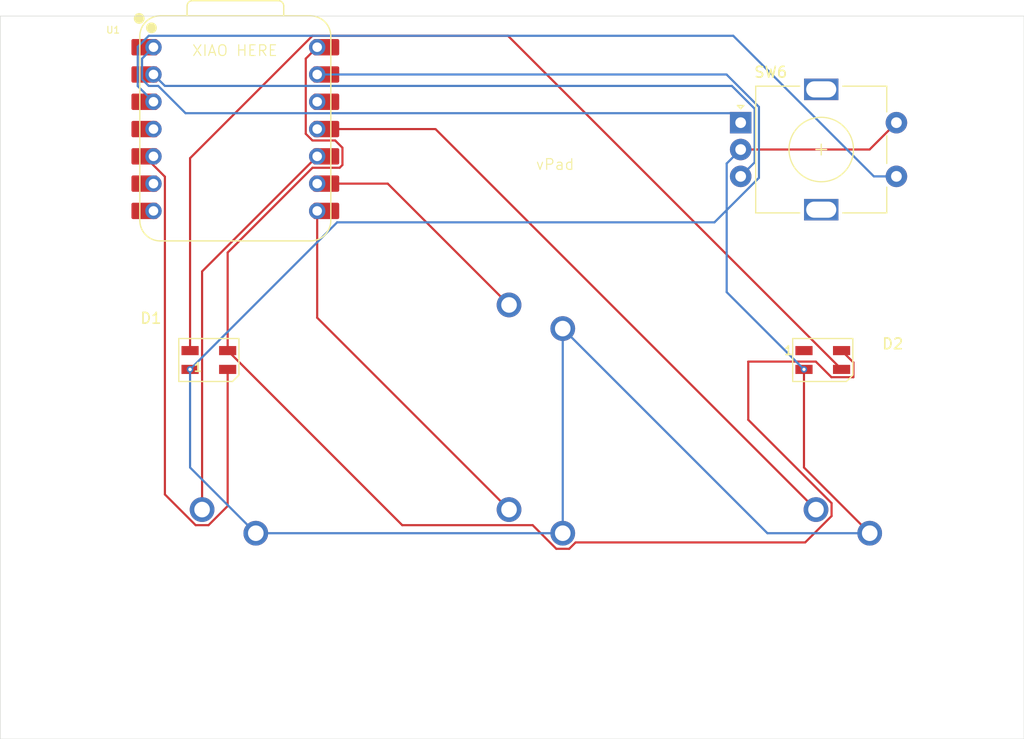
<source format=kicad_pcb>
(kicad_pcb (version 20241229) (generator "pcbnew") (generator_version "9.0")
  (title_block (title "vPad"))
  (layers (0 "F.Cu" signal) (2 "B.Cu" signal) (13 "F.Paste" user) (15 "B.Paste" user) (5 "F.SilkS" user "F.Silkscreen") (7 "B.SilkS" user "B.Silkscreen") (1 "F.Mask" user) (3 "B.Mask" user) (25 "Edge.Cuts" user))
  (net 0 "")
  (net 1 "+5V")
  (net 2 "Net-(D1-DOUT)")
  (net 3 "GND")
  (net 4 "Net-(D1-DIN)")
  (net 6 "Net-(U1-GPIO1{slash}RX)")
  (net 7 "Net-(U1-GPIO2{slash}SCK)")
  (net 8 "Net-(U1-GPIO4{slash}MISO)")
  (net 9 "Net-(U1-GPIO3{slash}MOSI)")
  (net 10 "Net-(U1-GPIO27{slash}ADC1{slash}A1)")
  (net 11 "Net-(U1-GPIO28{slash}ADC2{slash}A2)")
  (net 12 "Net-(U1-GPIO26{slash}ADC0{slash}A0)")
  (footprint "Kailh_PG1353_Solderable:Kailh-PG1353-Solderable-1.5U" (layer "F.Cu") (at 180.7375 125.24375)
    (property "Reference" "SW4")
    (property "Value" "SW_Push")
    (pad "" np_thru_hole oval (at -5 5.15 180) (size 1.5 2) (drill oval 1.5 2) (layers "*.Cu" "*.Mask"))
    (pad "" np_thru_hole circle (at 0 0 180) (size 5 5) (drill 5.1) (layers "*.Cu" "*.Mask"))
    (pad "1" thru_hole circle (at 5 -3.8 180) (size 2.3 2.3) (drill 1.45) (layers "*.Cu" "B.Mask") (net 3 "GND"))
    (pad "2" thru_hole circle (at 0 -6 180) (size 2.3 2.3) (drill 1.45) (layers "*.Cu" "B.Mask") (net 9 "Net-(U1-GPIO3{slash}MOSI)"))
  )
  (footprint "Rotary_Encoder:RotaryEncoder_Alps_EC11E-Switch_Vertical_H20mm" (layer "F.Cu") (at 173.725 83.225)
    (property "Reference" "SW6" (at 2.8 -4.7 0) (layer "F.SilkS"))
    (property "Value" "RotaryEncoder_Switch")
    (fp_line (start -0.3 -1.6) (end 0.3 -1.6) (stroke (width 0.12)) (layer "F.SilkS"))
    (fp_line (start 0 -1.3) (end -0.3 -1.6) (stroke (width 0.12)) (layer "F.SilkS"))
    (fp_line (start 0.3 -1.6) (end 0 -1.3) (stroke (width 0.12)) (layer "F.SilkS"))
    (fp_line (start 1.4 -3.4) (end 1.4 8.4) (stroke (width 0.12)) (layer "F.SilkS"))
    (fp_line (start 5.5 -3.4) (end 1.4 -3.4) (stroke (width 0.12)) (layer "F.SilkS"))
    (fp_line (start 5.5 8.4) (end 1.4 8.4) (stroke (width 0.12)) (layer "F.SilkS"))
    (fp_line (start 7 2.5) (end 8 2.5) (stroke (width 0.12)) (layer "F.SilkS"))
    (fp_line (start 7.5 2) (end 7.5 3) (stroke (width 0.12)) (layer "F.SilkS"))
    (fp_line (start 9.5 -3.4) (end 13.6 -3.4) (stroke (width 0.12)) (layer "F.SilkS"))
    (fp_line (start 13.6 -3.4) (end 13.6 -1) (stroke (width 0.12)) (layer "F.SilkS"))
    (fp_line (start 13.6 1.2) (end 13.6 3.8) (stroke (width 0.12)) (layer "F.SilkS"))
    (fp_line (start 13.6 6) (end 13.6 8.4) (stroke (width 0.12)) (layer "F.SilkS"))
    (fp_line (start 13.6 8.4) (end 9.5 8.4) (stroke (width 0.12)) (layer "F.SilkS"))
    (fp_circle (center 7.5 2.5) (end 10.5 2.5) (stroke (width 0.12)) (fill no) (layer "F.SilkS"))
    (pad "A" thru_hole rect (at 0 0) (size 2 2) (drill 1) (layers "*.Cu" "*.Mask") (net 12 "Net-(U1-GPIO26{slash}ADC0{slash}A0)"))
    (pad "B" thru_hole circle (at 0 5) (size 2 2) (drill 1) (layers "*.Cu" "*.Mask") (net 10 "Net-(U1-GPIO27{slash}ADC1{slash}A1)"))
    (pad "C" thru_hole circle (at 0 2.5) (size 2 2) (drill 1) (layers "*.Cu" "*.Mask") (net 3 "GND"))
    (pad "MP" thru_hole rect (at 7.5 -3.1) (size 3.2 2) (drill oval 2.8 1.5) (layers "*.Cu" "*.Mask"))
    (pad "MP" thru_hole rect (at 7.5 8.1) (size 3.2 2) (drill oval 2.8 1.5) (layers "*.Cu" "*.Mask"))
    (pad "S1" thru_hole circle (at 14.5 5) (size 2 2) (drill 1) (layers "*.Cu" "*.Mask") (net 11 "Net-(U1-GPIO28{slash}ADC2{slash}A2)"))
    (pad "S2" thru_hole circle (at 14.5 0) (size 2 2) (drill 1) (layers "*.Cu" "*.Mask") (net 3 "GND"))
  )
  (footprint "LED_SMD:LED_SK6812MINI_PLCC4_3.5x3.5mm_P1.75mm" (layer "F.Cu") (at 124.21875 105.31875)
    (property "Reference" "D1" (at -5.39375 -3.8875 0) (layer "F.SilkS"))
    (property "Value" "SK6812MINI")
    (fp_line (start -2.8 -2) (end -2.8 2) (stroke (width 0.12)) (layer "F.SilkS"))
    (fp_line (start -2.8 -2) (end 2.8 -2) (stroke (width 0.12)) (layer "F.SilkS"))
    (fp_line (start -2.8 2) (end 2.2 2) (stroke (width 0.12)) (layer "F.SilkS"))
    (fp_line (start 2.8 1.4) (end 2.2 2) (stroke (width 0.12)) (layer "F.SilkS"))
    (fp_line (start 2.8 1.4) (end 2.8 -2) (stroke (width 0.12)) (layer "F.SilkS"))
    (fp_text user "1" (at -1.0125 0.68375 0) (layer "F.SilkS") (effects (font (size 0.8 0.8))))
    (pad "1" smd rect (at -1.75 -0.875) (size 1.6 0.85) (layers "F.Cu" "F.Mask" "F.Paste") (net 2 "Net-(D1-DOUT)"))
    (pad "2" smd rect (at -1.75 0.875) (size 1.6 0.85) (layers "F.Cu" "F.Mask" "F.Paste") (net 3 "GND"))
    (pad "3" smd rect (at 1.75 0.875) (size 1.6 0.85) (layers "F.Cu" "F.Mask" "F.Paste") (net 4 "Net-(D1-DIN)"))
    (pad "4" smd rect (at 1.75 -0.875) (size 1.6 0.85) (layers "F.Cu" "F.Mask" "F.Paste") (net 1 "+5V"))
  )
  (footprint "Kailh_PG1353_Solderable:Kailh-PG1353-Solderable-1.5U" (layer "F.Cu") (at 152.1625 106.19375)
    (property "Reference" "SW2")
    (property "Value" "SW_Push")
    (pad "" np_thru_hole oval (at -5 5.15 180) (size 1.5 2) (drill oval 1.5 2) (layers "*.Cu" "*.Mask"))
    (pad "" np_thru_hole circle (at 0 0 180) (size 5 5) (drill 5.1) (layers "*.Cu" "*.Mask"))
    (pad "1" thru_hole circle (at 5 -3.8 180) (size 2.3 2.3) (drill 1.45) (layers "*.Cu" "B.Mask") (net 3 "GND"))
    (pad "2" thru_hole circle (at 0 -6 180) (size 2.3 2.3) (drill 1.45) (layers "*.Cu" "B.Mask") (net 7 "Net-(U1-GPIO2{slash}SCK)"))
  )
  (footprint "Seeed Studio XIAO Series Library:XIAO-RP2040-DIP" (layer "F.Cu") (at 126.6825 83.82)
    (property "Reference" "U1" (at -11.3825 -9.22 0) (layer "F.SilkS") (effects (font (size 0.635 0.635) (thickness 0.1016))))
    (property "Value" "XIAO-RP2040-DIP")
    (fp_line (start -8.89 8.509) (end -8.89 -8.636) (stroke (width 0.127)) (layer "F.SilkS"))
    (fp_line (start -6.985 10.414) (end 6.985 10.414) (stroke (width 0.127)) (layer "F.SilkS"))
    (fp_line (start -4.495 -10.541) (end -4.491272 -11.451272) (stroke (width 0.127)) (layer "F.SilkS"))
    (fp_line (start -3.991272 -11.951) (end 4.004 -11.951) (stroke (width 0.127)) (layer "F.SilkS"))
    (fp_line (start 4.504 -11.451) (end 4.504 -10.541) (stroke (width 0.127)) (layer "F.SilkS"))
    (fp_line (start 6.985 -10.541) (end -6.985 -10.541) (stroke (width 0.1)) (layer "F.SilkS"))
    (fp_line (start 6.985 -10.541) (end -6.985 -10.541) (stroke (width 0.127)) (layer "F.SilkS"))
    (fp_line (start 8.89 8.509) (end 8.89 -8.636) (stroke (width 0.127)) (layer "F.SilkS"))
    (fp_arc (start -8.89 -8.636) (mid -8.332038 -9.983038) (end -6.985 -10.541) (stroke (width 0.127)) (layer "F.SilkS"))
    (fp_arc (start -6.985 10.414) (mid -8.332038 9.856038) (end -8.89 8.509) (stroke (width 0.127)) (layer "F.SilkS"))
    (fp_arc (start -4.491272 -11.451272) (mid -4.344728 -11.80464) (end -3.991272 -11.951) (stroke (width 0.127)) (layer "F.SilkS"))
    (fp_arc (start 4.004 -11.951) (mid 4.357553 -11.804553) (end 4.504 -11.451) (stroke (width 0.127)) (layer "F.SilkS"))
    (fp_arc (start 6.985 -10.541) (mid 8.332038 -9.983038) (end 8.89 -8.636) (stroke (width 0.127)) (layer "F.SilkS"))
    (fp_arc (start 8.89 8.509) (mid 8.332038 9.856038) (end 6.985 10.414) (stroke (width 0.127)) (layer "F.SilkS"))
    (fp_circle (center -8.95 -10.3) (end -8.95 -10.554) (stroke (width 0.5)) (fill yes) (layer "F.SilkS"))
    (fp_circle (center -7.807 -9.42) (end -7.807 -9.674) (stroke (width 0.5)) (fill yes) (layer "F.SilkS"))
    (pad "1" smd roundrect (at -8.455 -7.62 180) (size 2.432 1.524) (layers "F.Cu" "F.Mask") (roundrect_rratio 0.1) (net 12 "Net-(U1-GPIO26{slash}ADC0{slash}A0)"))
    (pad "1" thru_hole circle (at -7.62 -7.62 180) (size 1.524 1.524) (drill 0.889) (layers "*.Cu" "*.Mask") (net 12 "Net-(U1-GPIO26{slash}ADC0{slash}A0)"))
    (pad "2" smd roundrect (at -8.455 -5.08 180) (size 2.432 1.524) (layers "F.Cu" "F.Mask") (roundrect_rratio 0.1) (net 10 "Net-(U1-GPIO27{slash}ADC1{slash}A1)"))
    (pad "2" thru_hole circle (at -7.62 -5.08 180) (size 1.524 1.524) (drill 0.889) (layers "*.Cu" "*.Mask") (net 10 "Net-(U1-GPIO27{slash}ADC1{slash}A1)"))
    (pad "3" smd roundrect (at -8.455 -2.54 180) (size 2.432 1.524) (layers "F.Cu" "F.Mask") (roundrect_rratio 0.1) (net 11 "Net-(U1-GPIO28{slash}ADC2{slash}A2)"))
    (pad "3" thru_hole circle (at -7.62 -2.54 180) (size 1.524 1.524) (drill 0.889) (layers "*.Cu" "*.Mask") (net 11 "Net-(U1-GPIO28{slash}ADC2{slash}A2)"))
    (pad "4" smd roundrect (at -8.455 0 180) (size 2.432 1.524) (layers "F.Cu" "F.Mask") (roundrect_rratio 0.1))
    (pad "4" thru_hole circle (at -7.62 0 180) (size 1.524 1.524) (drill 0.889) (layers "*.Cu" "*.Mask"))
    (pad "5" smd roundrect (at -8.455 2.54 180) (size 2.432 1.524) (layers "F.Cu" "F.Mask") (roundrect_rratio 0.1) (net 4 "Net-(D1-DIN)"))
    (pad "5" thru_hole circle (at -7.62 2.54 180) (size 1.524 1.524) (drill 0.889) (layers "*.Cu" "*.Mask") (net 4 "Net-(D1-DIN)"))
    (pad "6" smd roundrect (at -8.455 5.08 180) (size 2.432 1.524) (layers "F.Cu" "F.Mask") (roundrect_rratio 0.1))
    (pad "6" thru_hole circle (at -7.62 5.08 180) (size 1.524 1.524) (drill 0.889) (layers "*.Cu" "*.Mask"))
    (pad "7" smd roundrect (at -8.455 7.62 180) (size 2.432 1.524) (layers "F.Cu" "F.Mask") (roundrect_rratio 0.1))
    (pad "7" thru_hole circle (at -7.62 7.62 180) (size 1.524 1.524) (drill 0.889) (layers "*.Cu" "*.Mask"))
    (pad "8" thru_hole circle (at 7.62 7.62) (size 1.524 1.524) (drill 0.889) (layers "*.Cu" "*.Mask") (net 6 "Net-(U1-GPIO1{slash}RX)"))
    (pad "8" smd roundrect (at 8.455 7.62) (size 2.432 1.524) (layers "F.Cu" "F.Mask") (roundrect_rratio 0.1) (net 6 "Net-(U1-GPIO1{slash}RX)"))
    (pad "9" thru_hole circle (at 7.62 5.08) (size 1.524 1.524) (drill 0.889) (layers "*.Cu" "*.Mask") (net 7 "Net-(U1-GPIO2{slash}SCK)"))
    (pad "9" smd roundrect (at 8.455 5.08) (size 2.432 1.524) (layers "F.Cu" "F.Mask") (roundrect_rratio 0.1) (net 7 "Net-(U1-GPIO2{slash}SCK)"))
    (pad "10" thru_hole circle (at 7.62 2.54) (size 1.524 1.524) (drill 0.889) (layers "*.Cu" "*.Mask") (net 8 "Net-(U1-GPIO4{slash}MISO)"))
    (pad "10" smd roundrect (at 8.455 2.54) (size 2.432 1.524) (layers "F.Cu" "F.Mask") (roundrect_rratio 0.1) (net 8 "Net-(U1-GPIO4{slash}MISO)"))
    (pad "11" thru_hole circle (at 7.62 0) (size 1.524 1.524) (drill 0.889) (layers "*.Cu" "*.Mask") (net 9 "Net-(U1-GPIO3{slash}MOSI)"))
    (pad "11" smd roundrect (at 8.455 0) (size 2.432 1.524) (layers "F.Cu" "F.Mask") (roundrect_rratio 0.1) (net 9 "Net-(U1-GPIO3{slash}MOSI)"))
    (pad "12" thru_hole circle (at 7.62 -2.54) (size 1.524 1.524) (drill 0.889) (layers "*.Cu" "*.Mask"))
    (pad "12" smd roundrect (at 8.455 -2.54) (size 2.432 1.524) (layers "F.Cu" "F.Mask") (roundrect_rratio 0.1))
    (pad "13" thru_hole circle (at 7.62 -5.08) (size 1.524 1.524) (drill 0.889) (layers "*.Cu" "*.Mask") (net 3 "GND"))
    (pad "13" smd roundrect (at 8.455 -5.08) (size 2.432 1.524) (layers "F.Cu" "F.Mask") (roundrect_rratio 0.1) (net 3 "GND"))
    (pad "14" thru_hole circle (at 7.62 -7.62) (size 1.524 1.524) (drill 0.889) (layers "*.Cu" "*.Mask") (net 1 "+5V"))
    (pad "14" smd roundrect (at 8.455 -7.62) (size 2.432 1.524) (layers "F.Cu" "F.Mask") (roundrect_rratio 0.1) (net 1 "+5V"))
  )
  (footprint "LED_SMD:LED_SK6812MINI_PLCC4_3.5x3.5mm_P1.75mm" (layer "F.Cu") (at 181.36875 105.31875)
    (property "Reference" "D2" (at 6.5125 -1.50625 0) (layer "F.SilkS"))
    (property "Value" "SK6812MINI")
    (fp_line (start -2.8 -2) (end -2.8 2) (stroke (width 0.12)) (layer "F.SilkS"))
    (fp_line (start -2.8 -2) (end 2.8 -2) (stroke (width 0.12)) (layer "F.SilkS"))
    (fp_line (start -2.8 2) (end 2.2 2) (stroke (width 0.12)) (layer "F.SilkS"))
    (fp_line (start 2.8 1.4) (end 2.2 2) (stroke (width 0.12)) (layer "F.SilkS"))
    (fp_line (start 2.8 1.4) (end 2.8 -2) (stroke (width 0.12)) (layer "F.SilkS"))
    (fp_text user "1" (at -3.2 -0.875 0) (layer "F.SilkS") (effects (font (size 0.8 0.8))))
    (pad "1" smd rect (at -1.75 -0.875) (size 1.6 0.85) (layers "F.Cu" "F.Mask" "F.Paste"))
    (pad "2" smd rect (at -1.75 0.875) (size 1.6 0.85) (layers "F.Cu" "F.Mask" "F.Paste") (net 3 "GND"))
    (pad "3" smd rect (at 1.75 0.875) (size 1.6 0.85) (layers "F.Cu" "F.Mask" "F.Paste") (net 2 "Net-(D1-DOUT)"))
    (pad "4" smd rect (at 1.75 -0.875) (size 1.6 0.85) (layers "F.Cu" "F.Mask" "F.Paste") (net 1 "+5V"))
  )
  (footprint "Kailh_PG1353_Solderable:Kailh-PG1353-Solderable-1.5U" (layer "F.Cu") (at 123.5875 125.24375)
    (property "Reference" "SW3")
    (property "Value" "SW_Push")
    (pad "" np_thru_hole oval (at -5 5.15 180) (size 1.5 2) (drill oval 1.5 2) (layers "*.Cu" "*.Mask"))
    (pad "" np_thru_hole circle (at 0 0 180) (size 5 5) (drill 5.1) (layers "*.Cu" "*.Mask"))
    (pad "1" thru_hole circle (at 5 -3.8 180) (size 2.3 2.3) (drill 1.45) (layers "*.Cu" "B.Mask") (net 3 "GND"))
    (pad "2" thru_hole circle (at 0 -6 180) (size 2.3 2.3) (drill 1.45) (layers "*.Cu" "B.Mask") (net 8 "Net-(U1-GPIO4{slash}MISO)"))
  )
  (footprint "Kailh_PG1353_Solderable:Kailh-PG1353-Solderable-1.5U" (layer "F.Cu") (at 152.1625 125.24375)
    (property "Reference" "SW1")
    (property "Value" "SW_Push")
    (pad "" np_thru_hole oval (at -5 5.15 180) (size 1.5 2) (drill oval 1.5 2) (layers "*.Cu" "*.Mask"))
    (pad "" np_thru_hole circle (at 0 0 180) (size 5 5) (drill 5.1) (layers "*.Cu" "*.Mask"))
    (pad "1" thru_hole circle (at 5 -3.8 180) (size 2.3 2.3) (drill 1.45) (layers "*.Cu" "B.Mask") (net 3 "GND"))
    (pad "2" thru_hole circle (at 0 -6 180) (size 2.3 2.3) (drill 1.45) (layers "*.Cu" "B.Mask") (net 6 "Net-(U1-GPIO1{slash}RX)"))
  )
  (gr_rect (start 104.8 73.3) (end 200.1 140.6) (stroke (width 0.05)) (fill no) (layer "Edge.Cuts"))
  (gr_text "vPad" (at 154.6 87.7 0) (layer "F.SilkS") (effects (font (size 1 1) (thickness 0.1)) (justify left bottom)))
  (gr_text "XIAO HERE\n" (at 122.6 77.1 0) (layer "F.SilkS") (effects (font (size 1 1) (thickness 0.1)) (justify left bottom)))
  (segment (start 154.361476 120.69475) (end 142.21975 120.69475) (width 0.2) (layer "F.Cu") (net 1))
  (segment (start 142.21975 120.69475) (end 125.96875 104.44375) (width 0.2) (layer "F.Cu") (net 1))
  (segment (start 174.43225 110.886476) (end 182.1885 118.642726) (width 0.2) (layer "F.Cu") (net 1))
  (segment (start 136.6545 87.161626) (end 136.6545 85.558374) (width 0.2) (layer "F.Cu") (net 1))
  (segment (start 157.763524 122.89475) (end 156.561476 122.89475) (width 0.2) (layer "F.Cu") (net 1))
  (segment (start 180.71975 105.46775) (end 174.43225 105.46775) (width 0.2) (layer "F.Cu") (net 1))
  (segment (start 136.6545 85.558374) (end 135.979126 84.883) (width 0.2) (layer "F.Cu") (net 1))
  (segment (start 174.43225 105.46775) (end 174.43225 110.886476) (width 0.2) (layer "F.Cu") (net 1))
  (segment (start 133.86219 87.423) (end 136.393126 87.423) (width 0.2) (layer "F.Cu") (net 1))
  (segment (start 158.358274 122.3) (end 157.763524 122.89475) (width 0.2) (layer "F.Cu") (net 1))
  (segment (start 182.1885 118.642726) (end 182.1885 119.844774) (width 0.2) (layer "F.Cu") (net 1))
  (segment (start 183.11875 104.44375) (end 184.21975 105.54475) (width 0.2) (layer "F.Cu") (net 1))
  (segment (start 184.21975 105.54475) (end 184.21975 106.91975) (width 0.2) (layer "F.Cu") (net 1))
  (segment (start 125.96875 95.31644) (end 133.86219 87.423) (width 0.2) (layer "F.Cu") (net 1))
  (segment (start 182.1885 119.844774) (end 179.733274 122.3) (width 0.2) (layer "F.Cu") (net 1))
  (segment (start 182.17175 106.91975) (end 180.71975 105.46775) (width 0.2) (layer "F.Cu") (net 1))
  (segment (start 184.21975 106.91975) (end 182.17175 106.91975) (width 0.2) (layer "F.Cu") (net 1))
  (segment (start 179.733274 122.3) (end 158.358274 122.3) (width 0.2) (layer "F.Cu") (net 1))
  (segment (start 133.2395 77.263) (end 134.3025 76.2) (width 0.2) (layer "F.Cu") (net 1))
  (segment (start 133.2395 84.26031) (end 133.2395 77.263) (width 0.2) (layer "F.Cu") (net 1))
  (segment (start 136.393126 87.423) (end 136.6545 87.161626) (width 0.2) (layer "F.Cu") (net 1))
  (segment (start 133.86219 84.883) (end 133.2395 84.26031) (width 0.2) (layer "F.Cu") (net 1))
  (segment (start 125.96875 104.44375) (end 125.96875 95.31644) (width 0.2) (layer "F.Cu") (net 1))
  (segment (start 156.561476 122.89475) (end 154.361476 120.69475) (width 0.2) (layer "F.Cu") (net 1))
  (segment (start 135.979126 84.883) (end 133.86219 84.883) (width 0.2) (layer "F.Cu") (net 1))
  (segment (start 152.062 75.137) (end 183.11875 106.19375) (width 0.2) (layer "F.Cu") (net 2))
  (segment (start 133.86219 75.137) (end 152.062 75.137) (width 0.2) (layer "F.Cu") (net 2))
  (segment (start 122.46875 104.44375) (end 122.46875 86.53044) (width 0.2) (layer "F.Cu") (net 2))
  (segment (start 122.46875 86.53044) (end 133.86219 75.137) (width 0.2) (layer "F.Cu") (net 2))
  (segment (start 188.225 83.225) (end 185.725 85.725) (width 0.2) (layer "F.Cu") (net 3))
  (segment (start 179.61875 115.325) (end 185.7375 121.44375) (width 0.2) (layer "F.Cu") (net 3))
  (segment (start 185.725 85.725) (end 173.725 85.725) (width 0.2) (layer "F.Cu") (net 3))
  (segment (start 179.61875 106.19375) (end 179.61875 115.325) (width 0.2) (layer "F.Cu") (net 3))
  (via (at 179.61875 106.19375) (size 0.6) (drill 0.3) (layers "F.Cu" "B.Cu") (net 3))
  (via (at 122.46875 106.19375) (size 0.6) (drill 0.3) (layers "F.Cu" "B.Cu") (net 3))
  (via (at 122.46875 106.19375) (size 0.6) (drill 0.3) (layers "F.Cu" "B.Cu") (net 3))
  (segment (start 134.3025 78.74) (end 172.4091 78.74) (width 0.2) (layer "B.Cu") (net 3))
  (segment (start 157.1625 102.39375) (end 176.2125 121.44375) (width 0.2) (layer "B.Cu") (net 3))
  (segment (start 122.46875 115.325) (end 122.46875 106.19375) (width 0.2) (layer "B.Cu") (net 3))
  (segment (start 128.5875 121.44375) (end 122.46875 115.325) (width 0.2) (layer "B.Cu") (net 3))
  (segment (start 171.286892 92.503) (end 136.1595 92.503) (width 0.2) (layer "B.Cu") (net 3))
  (segment (start 172.4091 78.74) (end 175.427 81.7579) (width 0.2) (layer "B.Cu") (net 3))
  (segment (start 157.1625 121.44375) (end 157.1625 102.39375) (width 0.2) (layer "B.Cu") (net 3))
  (segment (start 175.427 81.7579) (end 175.427 88.362892) (width 0.2) (layer "B.Cu") (net 3))
  (segment (start 128.5875 121.44375) (end 157.1625 121.44375) (width 0.2) (layer "B.Cu") (net 3))
  (segment (start 136.1595 92.503) (end 122.46875 106.19375) (width 0.2) (layer "B.Cu") (net 3))
  (segment (start 175.427 88.362892) (end 171.286892 92.503) (width 0.2) (layer "B.Cu") (net 3))
  (segment (start 172.424 98.999) (end 179.61875 106.19375) (width 0.2) (layer "B.Cu") (net 3))
  (segment (start 176.2125 121.44375) (end 185.7375 121.44375) (width 0.2) (layer "B.Cu") (net 3))
  (segment (start 173.725 85.725) (end 172.424 87.026) (width 0.2) (layer "B.Cu") (net 3))
  (segment (start 172.424 87.026) (end 172.424 98.999) (width 0.2) (layer "B.Cu") (net 3))
  (segment (start 122.986476 120.69475) (end 120.1255 117.833774) (width 0.2) (layer "F.Cu") (net 4))
  (segment (start 124.188524 120.69475) (end 122.986476 120.69475) (width 0.2) (layer "F.Cu") (net 4))
  (segment (start 125.96875 118.914524) (end 124.188524 120.69475) (width 0.2) (layer "F.Cu") (net 4))
  (segment (start 125.96875 106.19375) (end 125.96875 118.914524) (width 0.2) (layer "F.Cu") (net 4))
  (segment (start 120.1255 117.833774) (end 120.1255 88.258) (width 0.2) (layer "F.Cu") (net 4))
  (segment (start 120.1255 88.258) (end 118.2275 86.36) (width 0.2) (layer "F.Cu") (net 4))
  (segment (start 152.1625 119.24375) (end 134.3025 101.38375) (width 0.2) (layer "F.Cu") (net 6))
  (segment (start 134.3025 101.38375) (end 134.3025 91.44) (width 0.2) (layer "F.Cu") (net 6))
  (segment (start 140.86875 88.9) (end 134.3025 88.9) (width 0.2) (layer "F.Cu") (net 7))
  (segment (start 152.1625 100.19375) (end 140.86875 88.9) (width 0.2) (layer "F.Cu") (net 7))
  (segment (start 123.5875 97.075) (end 134.3025 86.36) (width 0.2) (layer "F.Cu") (net 8))
  (segment (start 123.5875 119.24375) (end 123.5875 97.075) (width 0.2) (layer "F.Cu") (net 8))
  (segment (start 145.31375 83.82) (end 134.3025 83.82) (width 0.2) (layer "F.Cu") (net 9))
  (segment (start 180.7375 119.24375) (end 145.31375 83.82) (width 0.2) (layer "F.Cu") (net 9))
  (segment (start 173.725 88.225) (end 175.026 86.924) (width 0.2) (layer "B.Cu") (net 10))
  (segment (start 120.1255 79.803) (end 119.0625 78.74) (width 0.2) (layer "B.Cu") (net 10))
  (segment (start 172.905 79.803) (end 120.1255 79.803) (width 0.2) (layer "B.Cu") (net 10))
  (segment (start 175.026 86.924) (end 175.026 81.924) (width 0.2) (layer "B.Cu") (net 10))
  (segment (start 175.026 81.924) (end 172.905 79.803) (width 0.2) (layer "B.Cu") (net 10))
  (segment (start 117.5985 79.816) (end 117.5985 76.16069) (width 0.2) (layer "B.Cu") (net 11))
  (segment (start 118.62219 75.137) (end 173.035 75.137) (width 0.2) (layer "B.Cu") (net 11))
  (segment (start 186.123 88.225) (end 188.225 88.225) (width 0.2) (layer "B.Cu") (net 11))
  (segment (start 119.0625 81.28) (end 117.5985 79.816) (width 0.2) (layer "B.Cu") (net 11))
  (segment (start 117.5985 76.16069) (end 118.62219 75.137) (width 0.2) (layer "B.Cu") (net 11))
  (segment (start 173.035 75.137) (end 186.123 88.225) (width 0.2) (layer "B.Cu") (net 11))
  (segment (start 122.04281 82.343) (end 119.50281 79.803) (width 0.2) (layer "B.Cu") (net 12))
  (segment (start 119.50281 79.803) (end 118.62219 79.803) (width 0.2) (layer "B.Cu") (net 12))
  (segment (start 117.9995 77.263) (end 119.0625 76.2) (width 0.2) (layer "B.Cu") (net 12))
  (segment (start 173.725 83.225) (end 172.843 82.343) (width 0.2) (layer "B.Cu") (net 12))
  (segment (start 118.62219 79.803) (end 117.9995 79.18031) (width 0.2) (layer "B.Cu") (net 12))
  (segment (start 117.9995 79.18031) (end 117.9995 77.263) (width 0.2) (layer "B.Cu") (net 12))
  (segment (start 172.843 82.343) (end 122.04281 82.343) (width 0.2) (layer "B.Cu") (net 12))
)
</source>
